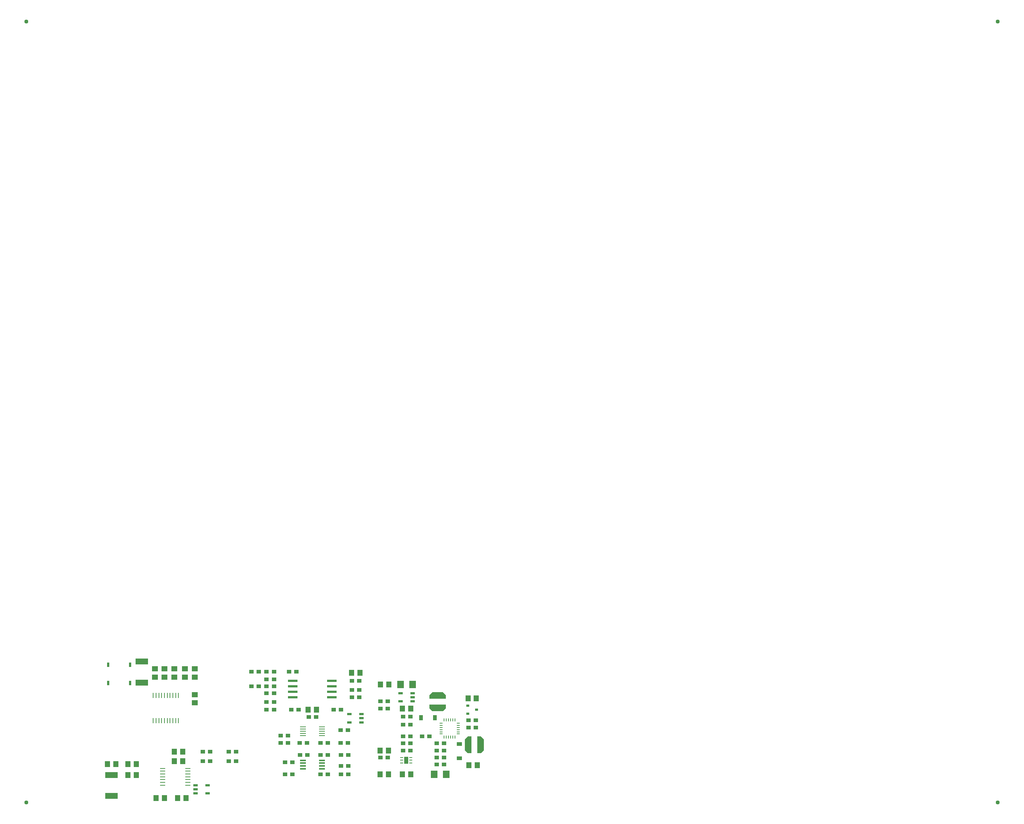
<source format=gtp>
%FSLAX24Y24*%
%MOIN*%
G70*
G01*
G75*
G04 Layer_Color=8421504*
%ADD10R,0.1181X0.0551*%
%ADD11R,0.0433X0.0394*%
%ADD12C,0.0394*%
%ADD13R,0.0512X0.0591*%
%ADD14R,0.0433X0.0236*%
%ADD15R,0.0290X0.0220*%
%ADD16R,0.0118X0.0472*%
%ADD17R,0.0571X0.0177*%
%ADD18R,0.0335X0.0110*%
%ADD19R,0.0110X0.0335*%
%ADD20R,0.0276X0.0118*%
%ADD21R,0.0480X0.0358*%
%ADD22R,0.0358X0.0480*%
%ADD23R,0.0500X0.0200*%
%ADD24R,0.0200X0.0500*%
%ADD25R,0.0472X0.0118*%
%ADD26R,0.0551X0.0118*%
%ADD27R,0.0630X0.0709*%
%ADD28R,0.0906X0.0236*%
%ADD29R,0.0236X0.0433*%
%ADD30R,0.0591X0.0512*%
%ADD31C,0.0100*%
%ADD32C,0.0110*%
%ADD33C,0.1575*%
%ADD34C,0.0748*%
%ADD35R,0.0748X0.0748*%
%ADD36C,0.0787*%
%ADD37C,0.1496*%
%ADD38C,0.0280*%
%ADD39C,0.0098*%
%ADD40C,0.0118*%
%ADD41C,0.0050*%
%ADD42C,0.0079*%
%ADD43C,0.0059*%
%ADD44R,0.1161X0.0531*%
%ADD45R,0.0413X0.0374*%
%ADD46C,0.0374*%
%ADD47R,0.0492X0.0571*%
%ADD48R,0.0413X0.0216*%
%ADD49R,0.0270X0.0200*%
%ADD50R,0.0098X0.0452*%
%ADD51R,0.0551X0.0157*%
%ADD52R,0.0315X0.0090*%
%ADD53R,0.0090X0.0315*%
%ADD54R,0.0256X0.0098*%
%ADD55R,0.0460X0.0338*%
%ADD56R,0.0338X0.0460*%
%ADD57R,0.0480X0.0180*%
%ADD58R,0.0180X0.0480*%
%ADD59R,0.0452X0.0098*%
%ADD60R,0.0531X0.0098*%
%ADD61R,0.0610X0.0689*%
%ADD62R,0.0886X0.0216*%
%ADD63R,0.0216X0.0413*%
%ADD64R,0.0571X0.0492*%
G36*
X14508Y-1998D02*
X14168D01*
X13898Y-1728D01*
Y-752D01*
X14168Y-483D01*
X14508D01*
Y-1998D01*
D02*
G37*
G36*
X8760Y-2962D02*
X8386D01*
Y-2353D01*
X8760D01*
Y-2962D01*
D02*
G37*
G36*
X15649Y-752D02*
Y-1728D01*
X15380Y-1998D01*
X15040D01*
Y-483D01*
X15380D01*
X15649Y-752D01*
D02*
G37*
G36*
X12185Y3303D02*
Y2963D01*
X10670D01*
Y3303D01*
X10939Y3573D01*
X11915D01*
X12185Y3303D01*
D02*
G37*
G36*
Y2091D02*
X11915Y1821D01*
X10939D01*
X10670Y2091D01*
Y2431D01*
X12185D01*
Y2091D01*
D02*
G37*
G54D44*
X-18307Y-3992D02*
D03*
Y-5921D02*
D03*
X-15551Y6358D02*
D03*
Y4429D02*
D03*
G54D45*
X-9980Y-2756D02*
D03*
X-9311D02*
D03*
X-9980Y-1870D02*
D03*
X-9311D02*
D03*
X-7612Y-1870D02*
D03*
X-6943D02*
D03*
X-7612Y-2756D02*
D03*
X-6943D02*
D03*
X11339Y-3041D02*
D03*
X12008D02*
D03*
X-2894Y-394D02*
D03*
X-2224D02*
D03*
X4295Y4589D02*
D03*
X3626D02*
D03*
X-1240Y1969D02*
D03*
X-1909D02*
D03*
X1929D02*
D03*
X2598D02*
D03*
X-335Y1280D02*
D03*
X335D02*
D03*
X748Y-2165D02*
D03*
X1417D02*
D03*
X-2500Y-3937D02*
D03*
X-1831D02*
D03*
X2579Y98D02*
D03*
X3248D02*
D03*
X3626Y3760D02*
D03*
X4295D02*
D03*
X-4173Y1969D02*
D03*
X-3504D02*
D03*
X-4173Y4724D02*
D03*
X-3504D02*
D03*
X8268Y-1122D02*
D03*
X8937D02*
D03*
X14911Y335D02*
D03*
X14242D02*
D03*
X8268Y593D02*
D03*
X8937D02*
D03*
X-2894Y-1083D02*
D03*
X-2224D02*
D03*
X-492D02*
D03*
X-1161D02*
D03*
X3626Y3089D02*
D03*
X4295D02*
D03*
X3248Y-1083D02*
D03*
X2579D02*
D03*
X758D02*
D03*
X1427D02*
D03*
X1417Y-3937D02*
D03*
X748D02*
D03*
X3287Y-2165D02*
D03*
X2618D02*
D03*
X3287Y-3937D02*
D03*
X2618D02*
D03*
X-1825Y-2854D02*
D03*
X-2494D02*
D03*
X3287Y-3179D02*
D03*
X2618D02*
D03*
X-453Y-2165D02*
D03*
X-1122D02*
D03*
X-4173Y5413D02*
D03*
X-3504D02*
D03*
X-5551D02*
D03*
X-4882D02*
D03*
X-1447D02*
D03*
X-2116D02*
D03*
X-3504Y2657D02*
D03*
X-4173D02*
D03*
X-3504Y4089D02*
D03*
X-4173D02*
D03*
X6890Y-2402D02*
D03*
X6220D02*
D03*
X8937Y-1762D02*
D03*
X8268D02*
D03*
X-4173Y3445D02*
D03*
X-3504D02*
D03*
X8268Y-482D02*
D03*
X8937D02*
D03*
X-5551Y4089D02*
D03*
X-4882D02*
D03*
X8268Y1319D02*
D03*
X8937D02*
D03*
X6890Y2717D02*
D03*
X6220D02*
D03*
X6220Y2045D02*
D03*
X6890D02*
D03*
X11339Y-1122D02*
D03*
X12008D02*
D03*
X10010Y-482D02*
D03*
X10679D02*
D03*
X12008Y-1762D02*
D03*
X11339D02*
D03*
X11339Y-2402D02*
D03*
X12008D02*
D03*
X14911Y984D02*
D03*
X14242D02*
D03*
G54D46*
X-26077Y64764D02*
D03*
X62506D02*
D03*
X62506Y-6496D02*
D03*
X-26077D02*
D03*
G54D47*
X-11831Y-1870D02*
D03*
X-12579D02*
D03*
X-11831Y-2756D02*
D03*
X-12579D02*
D03*
X4335Y5337D02*
D03*
X3587D02*
D03*
X-374Y1969D02*
D03*
X374D02*
D03*
X8228Y-3937D02*
D03*
X8976D02*
D03*
X6929Y-1762D02*
D03*
X6181D02*
D03*
X6929Y-3937D02*
D03*
X6181D02*
D03*
X14282Y-3091D02*
D03*
X15030D02*
D03*
X14203Y3002D02*
D03*
X14951D02*
D03*
X8228Y2045D02*
D03*
X8976D02*
D03*
X6969Y4272D02*
D03*
X6220D02*
D03*
X-16063Y-3008D02*
D03*
X-16811D02*
D03*
X-18681D02*
D03*
X-17933D02*
D03*
X-12283Y-6102D02*
D03*
X-11535D02*
D03*
X-13504D02*
D03*
X-14252D02*
D03*
X-16063Y-3992D02*
D03*
X-16811D02*
D03*
G54D48*
X4478Y1181D02*
D03*
Y1555D02*
D03*
Y807D02*
D03*
X3376Y1555D02*
D03*
Y807D02*
D03*
X-9567Y-4931D02*
D03*
Y-5679D02*
D03*
X-10669Y-4931D02*
D03*
Y-5679D02*
D03*
Y-5305D02*
D03*
X9154Y3100D02*
D03*
Y3474D02*
D03*
Y2726D02*
D03*
X8051Y3474D02*
D03*
Y2726D02*
D03*
G54D49*
X14187Y1584D02*
D03*
X14967Y1959D02*
D03*
X14187Y2334D02*
D03*
G54D50*
X-12205Y3248D02*
D03*
X-12461D02*
D03*
X-12717D02*
D03*
X-12972D02*
D03*
X-13228D02*
D03*
X-13484D02*
D03*
X-13740D02*
D03*
X-13996D02*
D03*
X-14252D02*
D03*
X-14508D02*
D03*
X-14508Y965D02*
D03*
X-14252D02*
D03*
X-13996D02*
D03*
X-13740D02*
D03*
X-13484D02*
D03*
X-13228D02*
D03*
X-12972D02*
D03*
X-12717D02*
D03*
X-12461D02*
D03*
X-12205D02*
D03*
G54D51*
X-866Y-2923D02*
D03*
Y-3179D02*
D03*
Y-3435D02*
D03*
Y-2667D02*
D03*
X866D02*
D03*
Y-2923D02*
D03*
Y-3179D02*
D03*
Y-3435D02*
D03*
G54D52*
X11742Y-256D02*
D03*
X11742Y-59D02*
D03*
Y138D02*
D03*
Y335D02*
D03*
Y531D02*
D03*
Y728D02*
D03*
X13297D02*
D03*
Y531D02*
D03*
Y335D02*
D03*
Y138D02*
D03*
Y-59D02*
D03*
X13297Y-256D02*
D03*
D03*
G54D53*
X13012Y1014D02*
D03*
X12815D02*
D03*
X12618D02*
D03*
X12421D02*
D03*
X12224D02*
D03*
X12028Y1014D02*
D03*
X13012Y-541D02*
D03*
X12815D02*
D03*
X12618D02*
D03*
X12421D02*
D03*
X12224D02*
D03*
X12028D02*
D03*
G54D54*
X8986Y-2913D02*
D03*
Y-2657D02*
D03*
Y-2402D02*
D03*
X8159D02*
D03*
Y-2657D02*
D03*
Y-2913D02*
D03*
G54D55*
X13396Y-1187D02*
D03*
Y-2474D02*
D03*
G54D56*
X9898Y1220D02*
D03*
X11185D02*
D03*
G54D57*
X15357Y-1240D02*
D03*
X14191D02*
D03*
G54D58*
X11427Y3280D02*
D03*
Y2114D02*
D03*
G54D59*
X-13642Y-4931D02*
D03*
Y-4675D02*
D03*
Y-4419D02*
D03*
Y-4163D02*
D03*
Y-3907D02*
D03*
Y-3652D02*
D03*
Y-3396D02*
D03*
X-11358D02*
D03*
Y-3652D02*
D03*
Y-3907D02*
D03*
Y-4163D02*
D03*
Y-4419D02*
D03*
Y-4675D02*
D03*
Y-4931D02*
D03*
G54D60*
X-866Y394D02*
D03*
Y197D02*
D03*
Y0D02*
D03*
Y-197D02*
D03*
Y-394D02*
D03*
X866Y394D02*
D03*
Y197D02*
D03*
Y0D02*
D03*
Y-197D02*
D03*
Y-394D02*
D03*
G54D61*
X12224Y-3937D02*
D03*
X11122D02*
D03*
X9154Y4272D02*
D03*
X8051D02*
D03*
G54D62*
X-1781Y4589D02*
D03*
Y4089D02*
D03*
Y3589D02*
D03*
Y3089D02*
D03*
X1781Y4589D02*
D03*
Y4089D02*
D03*
Y3589D02*
D03*
Y3089D02*
D03*
G54D63*
X-16618Y4390D02*
D03*
X-18618Y6043D02*
D03*
Y4390D02*
D03*
X-16618Y6043D02*
D03*
G54D64*
X-10728Y2579D02*
D03*
Y3327D02*
D03*
Y4941D02*
D03*
Y5689D02*
D03*
X-12598Y4941D02*
D03*
Y5689D02*
D03*
X-11614Y4941D02*
D03*
Y5689D02*
D03*
X-13484Y4941D02*
D03*
Y5689D02*
D03*
X-14370Y4941D02*
D03*
Y5689D02*
D03*
M02*

</source>
